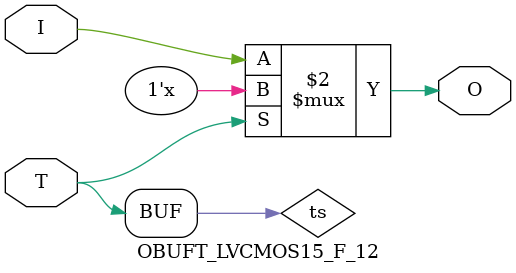
<source format=v>

/*

FUNCTION    : TRI-STATE OUTPUT BUFFER

*/

`celldefine
`timescale  100 ps / 10 ps

module OBUFT_LVCMOS15_F_12 (O, I, T);

    output O;

    input  I, T;

    or O1 (ts, 1'b0, T);
    bufif0 T1 (O, I, ts);

endmodule

</source>
